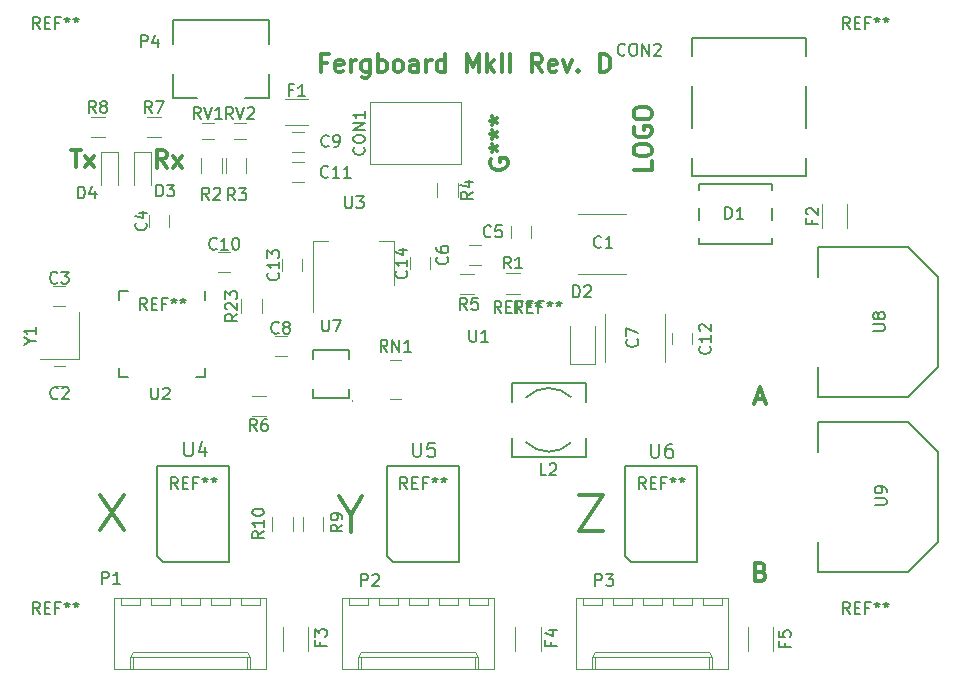
<source format=gbr>
G04 #@! TF.FileFunction,Legend,Top*
%FSLAX46Y46*%
G04 Gerber Fmt 4.6, Leading zero omitted, Abs format (unit mm)*
G04 Created by KiCad (PCBNEW 4.0.7) date 11/30/17 15:22:44*
%MOMM*%
%LPD*%
G01*
G04 APERTURE LIST*
%ADD10C,0.100000*%
%ADD11C,0.300000*%
%ADD12C,0.150000*%
%ADD13C,0.120000*%
G04 APERTURE END LIST*
D10*
D11*
X174520243Y-53739171D02*
X174020243Y-53024886D01*
X173663100Y-53739171D02*
X173663100Y-52239171D01*
X174234528Y-52239171D01*
X174377386Y-52310600D01*
X174448814Y-52382029D01*
X174520243Y-52524886D01*
X174520243Y-52739171D01*
X174448814Y-52882029D01*
X174377386Y-52953457D01*
X174234528Y-53024886D01*
X173663100Y-53024886D01*
X175020243Y-53739171D02*
X175805957Y-52739171D01*
X175020243Y-52739171D02*
X175805957Y-53739171D01*
X166388386Y-52213771D02*
X167245529Y-52213771D01*
X166816958Y-53713771D02*
X166816958Y-52213771D01*
X167602672Y-53713771D02*
X168388386Y-52713771D01*
X167602672Y-52713771D02*
X168388386Y-53713771D01*
X224846343Y-87954657D02*
X225060629Y-88026086D01*
X225132057Y-88097514D01*
X225203486Y-88240371D01*
X225203486Y-88454657D01*
X225132057Y-88597514D01*
X225060629Y-88668943D01*
X224917771Y-88740371D01*
X224346343Y-88740371D01*
X224346343Y-87240371D01*
X224846343Y-87240371D01*
X224989200Y-87311800D01*
X225060629Y-87383229D01*
X225132057Y-87526086D01*
X225132057Y-87668943D01*
X225060629Y-87811800D01*
X224989200Y-87883229D01*
X224846343Y-87954657D01*
X224346343Y-87954657D01*
X224382057Y-73351200D02*
X225096343Y-73351200D01*
X224239200Y-73779771D02*
X224739200Y-72279771D01*
X225239200Y-73779771D01*
X209464400Y-81465943D02*
X211464400Y-81465943D01*
X209464400Y-84465943D01*
X211464400Y-84465943D01*
X190093600Y-83113571D02*
X190093600Y-84542143D01*
X189093600Y-81542143D02*
X190093600Y-83113571D01*
X191093600Y-81542143D01*
X168900600Y-81415143D02*
X170900600Y-84415143D01*
X170900600Y-81415143D02*
X168900600Y-84415143D01*
X188082115Y-44838157D02*
X187582115Y-44838157D01*
X187582115Y-45623871D02*
X187582115Y-44123871D01*
X188296401Y-44123871D01*
X189439257Y-45552443D02*
X189296400Y-45623871D01*
X189010686Y-45623871D01*
X188867829Y-45552443D01*
X188796400Y-45409586D01*
X188796400Y-44838157D01*
X188867829Y-44695300D01*
X189010686Y-44623871D01*
X189296400Y-44623871D01*
X189439257Y-44695300D01*
X189510686Y-44838157D01*
X189510686Y-44981014D01*
X188796400Y-45123871D01*
X190153543Y-45623871D02*
X190153543Y-44623871D01*
X190153543Y-44909586D02*
X190224971Y-44766729D01*
X190296400Y-44695300D01*
X190439257Y-44623871D01*
X190582114Y-44623871D01*
X191724971Y-44623871D02*
X191724971Y-45838157D01*
X191653542Y-45981014D01*
X191582114Y-46052443D01*
X191439257Y-46123871D01*
X191224971Y-46123871D01*
X191082114Y-46052443D01*
X191724971Y-45552443D02*
X191582114Y-45623871D01*
X191296400Y-45623871D01*
X191153542Y-45552443D01*
X191082114Y-45481014D01*
X191010685Y-45338157D01*
X191010685Y-44909586D01*
X191082114Y-44766729D01*
X191153542Y-44695300D01*
X191296400Y-44623871D01*
X191582114Y-44623871D01*
X191724971Y-44695300D01*
X192439257Y-45623871D02*
X192439257Y-44123871D01*
X192439257Y-44695300D02*
X192582114Y-44623871D01*
X192867828Y-44623871D01*
X193010685Y-44695300D01*
X193082114Y-44766729D01*
X193153543Y-44909586D01*
X193153543Y-45338157D01*
X193082114Y-45481014D01*
X193010685Y-45552443D01*
X192867828Y-45623871D01*
X192582114Y-45623871D01*
X192439257Y-45552443D01*
X194010686Y-45623871D02*
X193867828Y-45552443D01*
X193796400Y-45481014D01*
X193724971Y-45338157D01*
X193724971Y-44909586D01*
X193796400Y-44766729D01*
X193867828Y-44695300D01*
X194010686Y-44623871D01*
X194224971Y-44623871D01*
X194367828Y-44695300D01*
X194439257Y-44766729D01*
X194510686Y-44909586D01*
X194510686Y-45338157D01*
X194439257Y-45481014D01*
X194367828Y-45552443D01*
X194224971Y-45623871D01*
X194010686Y-45623871D01*
X195796400Y-45623871D02*
X195796400Y-44838157D01*
X195724971Y-44695300D01*
X195582114Y-44623871D01*
X195296400Y-44623871D01*
X195153543Y-44695300D01*
X195796400Y-45552443D02*
X195653543Y-45623871D01*
X195296400Y-45623871D01*
X195153543Y-45552443D01*
X195082114Y-45409586D01*
X195082114Y-45266729D01*
X195153543Y-45123871D01*
X195296400Y-45052443D01*
X195653543Y-45052443D01*
X195796400Y-44981014D01*
X196510686Y-45623871D02*
X196510686Y-44623871D01*
X196510686Y-44909586D02*
X196582114Y-44766729D01*
X196653543Y-44695300D01*
X196796400Y-44623871D01*
X196939257Y-44623871D01*
X198082114Y-45623871D02*
X198082114Y-44123871D01*
X198082114Y-45552443D02*
X197939257Y-45623871D01*
X197653543Y-45623871D01*
X197510685Y-45552443D01*
X197439257Y-45481014D01*
X197367828Y-45338157D01*
X197367828Y-44909586D01*
X197439257Y-44766729D01*
X197510685Y-44695300D01*
X197653543Y-44623871D01*
X197939257Y-44623871D01*
X198082114Y-44695300D01*
X199939257Y-45623871D02*
X199939257Y-44123871D01*
X200439257Y-45195300D01*
X200939257Y-44123871D01*
X200939257Y-45623871D01*
X201653543Y-45623871D02*
X201653543Y-44123871D01*
X201796400Y-45052443D02*
X202224971Y-45623871D01*
X202224971Y-44623871D02*
X201653543Y-45195300D01*
X202867829Y-45623871D02*
X202867829Y-44123871D01*
X203582115Y-45623871D02*
X203582115Y-44123871D01*
X206296401Y-45623871D02*
X205796401Y-44909586D01*
X205439258Y-45623871D02*
X205439258Y-44123871D01*
X206010686Y-44123871D01*
X206153544Y-44195300D01*
X206224972Y-44266729D01*
X206296401Y-44409586D01*
X206296401Y-44623871D01*
X206224972Y-44766729D01*
X206153544Y-44838157D01*
X206010686Y-44909586D01*
X205439258Y-44909586D01*
X207510686Y-45552443D02*
X207367829Y-45623871D01*
X207082115Y-45623871D01*
X206939258Y-45552443D01*
X206867829Y-45409586D01*
X206867829Y-44838157D01*
X206939258Y-44695300D01*
X207082115Y-44623871D01*
X207367829Y-44623871D01*
X207510686Y-44695300D01*
X207582115Y-44838157D01*
X207582115Y-44981014D01*
X206867829Y-45123871D01*
X208082115Y-44623871D02*
X208439258Y-45623871D01*
X208796400Y-44623871D01*
X209367829Y-45481014D02*
X209439257Y-45552443D01*
X209367829Y-45623871D01*
X209296400Y-45552443D01*
X209367829Y-45481014D01*
X209367829Y-45623871D01*
X211224972Y-45623871D02*
X211224972Y-44123871D01*
X211582115Y-44123871D01*
X211796400Y-44195300D01*
X211939258Y-44338157D01*
X212010686Y-44481014D01*
X212082115Y-44766729D01*
X212082115Y-44981014D01*
X212010686Y-45266729D01*
X211939258Y-45409586D01*
X211796400Y-45552443D01*
X211582115Y-45623871D01*
X211224972Y-45623871D01*
D12*
X219028000Y-46816000D02*
X219028000Y-50372000D01*
X219028000Y-52912000D02*
X219028000Y-54436000D01*
X219028000Y-54436000D02*
X228680000Y-54436000D01*
X228680000Y-54436000D02*
X228680000Y-52912000D01*
X228680000Y-46816000D02*
X228680000Y-50372000D01*
X219028000Y-42752000D02*
X219028000Y-44276000D01*
X219028000Y-42752000D02*
X228680000Y-42752000D01*
X228680000Y-42752000D02*
X228680000Y-44276000D01*
D13*
X209171000Y-90172600D02*
X209171000Y-96172600D01*
X209171000Y-96172600D02*
X222071000Y-96172600D01*
X222071000Y-96172600D02*
X222071000Y-90172600D01*
X222071000Y-90172600D02*
X209171000Y-90172600D01*
X210541000Y-96172600D02*
X210541000Y-95172600D01*
X210541000Y-95172600D02*
X220701000Y-95172600D01*
X220701000Y-95172600D02*
X220701000Y-96172600D01*
X210541000Y-95172600D02*
X210791000Y-94742600D01*
X210791000Y-94742600D02*
X220451000Y-94742600D01*
X220451000Y-94742600D02*
X220701000Y-95172600D01*
X210791000Y-96172600D02*
X210791000Y-95172600D01*
X220451000Y-96172600D02*
X220451000Y-95172600D01*
X209741000Y-90172600D02*
X209741000Y-90792600D01*
X209741000Y-90792600D02*
X211341000Y-90792600D01*
X211341000Y-90792600D02*
X211341000Y-90172600D01*
X212281000Y-90172600D02*
X212281000Y-90792600D01*
X212281000Y-90792600D02*
X213881000Y-90792600D01*
X213881000Y-90792600D02*
X213881000Y-90172600D01*
X214821000Y-90172600D02*
X214821000Y-90792600D01*
X214821000Y-90792600D02*
X216421000Y-90792600D01*
X216421000Y-90792600D02*
X216421000Y-90172600D01*
X217361000Y-90172600D02*
X217361000Y-90792600D01*
X217361000Y-90792600D02*
X218961000Y-90792600D01*
X218961000Y-90792600D02*
X218961000Y-90172600D01*
X219901000Y-90172600D02*
X219901000Y-90792600D01*
X219901000Y-90792600D02*
X221501000Y-90792600D01*
X221501000Y-90792600D02*
X221501000Y-90172600D01*
D12*
X208768500Y-73177400D02*
G75*
G03X204958500Y-73177400I-1905000J-1905000D01*
G01*
X204958500Y-76987400D02*
G75*
G03X208768500Y-76987400I1905000J1905000D01*
G01*
X210013500Y-78232400D02*
X210013500Y-76582400D01*
X210013500Y-71932400D02*
X210013500Y-73582400D01*
X203713500Y-78232400D02*
X203713500Y-76582400D01*
X203713500Y-71932400D02*
X203713500Y-73582400D01*
X203713500Y-71932400D02*
X210013500Y-71932400D01*
X203713500Y-78232400D02*
X210013500Y-78232400D01*
D13*
X164946000Y-72224000D02*
X165946000Y-72224000D01*
X165946000Y-70524000D02*
X164946000Y-70524000D01*
X165921000Y-63742200D02*
X164921000Y-63742200D01*
X164921000Y-65442200D02*
X165921000Y-65442200D01*
X173038400Y-57742200D02*
X173038400Y-58742200D01*
X174738400Y-58742200D02*
X174738400Y-57742200D01*
X205378041Y-59649971D02*
X205378041Y-58649971D01*
X203678041Y-58649971D02*
X203678041Y-59649971D01*
X200113141Y-61990571D02*
X201113141Y-61990571D01*
X201113141Y-60290571D02*
X200113141Y-60290571D01*
X179884200Y-60872000D02*
X178884200Y-60872000D01*
X178884200Y-62572000D02*
X179884200Y-62572000D01*
X199440800Y-53411120D02*
X199440800Y-48188880D01*
X191719200Y-53411120D02*
X191719200Y-48188880D01*
X199440800Y-53411120D02*
X191719200Y-53411120D01*
X191719200Y-48188880D02*
X199440800Y-48188880D01*
X170055000Y-90147200D02*
X170055000Y-96147200D01*
X170055000Y-96147200D02*
X182955000Y-96147200D01*
X182955000Y-96147200D02*
X182955000Y-90147200D01*
X182955000Y-90147200D02*
X170055000Y-90147200D01*
X171425000Y-96147200D02*
X171425000Y-95147200D01*
X171425000Y-95147200D02*
X181585000Y-95147200D01*
X181585000Y-95147200D02*
X181585000Y-96147200D01*
X171425000Y-95147200D02*
X171675000Y-94717200D01*
X171675000Y-94717200D02*
X181335000Y-94717200D01*
X181335000Y-94717200D02*
X181585000Y-95147200D01*
X171675000Y-96147200D02*
X171675000Y-95147200D01*
X181335000Y-96147200D02*
X181335000Y-95147200D01*
X170625000Y-90147200D02*
X170625000Y-90767200D01*
X170625000Y-90767200D02*
X172225000Y-90767200D01*
X172225000Y-90767200D02*
X172225000Y-90147200D01*
X173165000Y-90147200D02*
X173165000Y-90767200D01*
X173165000Y-90767200D02*
X174765000Y-90767200D01*
X174765000Y-90767200D02*
X174765000Y-90147200D01*
X175705000Y-90147200D02*
X175705000Y-90767200D01*
X175705000Y-90767200D02*
X177305000Y-90767200D01*
X177305000Y-90767200D02*
X177305000Y-90147200D01*
X178245000Y-90147200D02*
X178245000Y-90767200D01*
X178245000Y-90767200D02*
X179845000Y-90767200D01*
X179845000Y-90767200D02*
X179845000Y-90147200D01*
X180785000Y-90147200D02*
X180785000Y-90767200D01*
X180785000Y-90767200D02*
X182385000Y-90767200D01*
X182385000Y-90767200D02*
X182385000Y-90147200D01*
X189359000Y-90172600D02*
X189359000Y-96172600D01*
X189359000Y-96172600D02*
X202259000Y-96172600D01*
X202259000Y-96172600D02*
X202259000Y-90172600D01*
X202259000Y-90172600D02*
X189359000Y-90172600D01*
X190729000Y-96172600D02*
X190729000Y-95172600D01*
X190729000Y-95172600D02*
X200889000Y-95172600D01*
X200889000Y-95172600D02*
X200889000Y-96172600D01*
X190729000Y-95172600D02*
X190979000Y-94742600D01*
X190979000Y-94742600D02*
X200639000Y-94742600D01*
X200639000Y-94742600D02*
X200889000Y-95172600D01*
X190979000Y-96172600D02*
X190979000Y-95172600D01*
X200639000Y-96172600D02*
X200639000Y-95172600D01*
X189929000Y-90172600D02*
X189929000Y-90792600D01*
X189929000Y-90792600D02*
X191529000Y-90792600D01*
X191529000Y-90792600D02*
X191529000Y-90172600D01*
X192469000Y-90172600D02*
X192469000Y-90792600D01*
X192469000Y-90792600D02*
X194069000Y-90792600D01*
X194069000Y-90792600D02*
X194069000Y-90172600D01*
X195009000Y-90172600D02*
X195009000Y-90792600D01*
X195009000Y-90792600D02*
X196609000Y-90792600D01*
X196609000Y-90792600D02*
X196609000Y-90172600D01*
X197549000Y-90172600D02*
X197549000Y-90792600D01*
X197549000Y-90792600D02*
X199149000Y-90792600D01*
X199149000Y-90792600D02*
X199149000Y-90172600D01*
X200089000Y-90172600D02*
X200089000Y-90792600D01*
X200089000Y-90792600D02*
X201689000Y-90792600D01*
X201689000Y-90792600D02*
X201689000Y-90172600D01*
X204450651Y-64420871D02*
X203250651Y-64420871D01*
X203250651Y-62660871D02*
X204450651Y-62660871D01*
X177428000Y-54153400D02*
X177428000Y-52953400D01*
X179188000Y-52953400D02*
X179188000Y-54153400D01*
X179511000Y-54153400D02*
X179511000Y-52953400D01*
X181271000Y-52953400D02*
X181271000Y-54153400D01*
X197443200Y-56210800D02*
X197443200Y-55010800D01*
X199203200Y-55010800D02*
X199203200Y-56210800D01*
X200577151Y-64454333D02*
X199377151Y-64454333D01*
X199377151Y-62694333D02*
X200577151Y-62694333D01*
X187785900Y-83268300D02*
X187785900Y-84468300D01*
X186025900Y-84468300D02*
X186025900Y-83268300D01*
X185225099Y-83278345D02*
X185225099Y-84478345D01*
X183465099Y-84478345D02*
X183465099Y-83278345D01*
X180832000Y-66066000D02*
X180832000Y-64866000D01*
X182592000Y-64866000D02*
X182592000Y-66066000D01*
X181234000Y-51302200D02*
X180234000Y-51302200D01*
X180234000Y-49942200D02*
X181234000Y-49942200D01*
D12*
X177742000Y-71443000D02*
X176967000Y-71443000D01*
X170492000Y-64193000D02*
X171267000Y-64193000D01*
X170492000Y-71443000D02*
X171267000Y-71443000D01*
X177742000Y-64193000D02*
X177742000Y-64968000D01*
X170492000Y-64193000D02*
X170492000Y-64968000D01*
X170492000Y-71443000D02*
X170492000Y-70668000D01*
X177742000Y-71443000D02*
X177742000Y-70668000D01*
D13*
X193732000Y-59939400D02*
X192472000Y-59939400D01*
X186912000Y-59939400D02*
X188172000Y-59939400D01*
X193732000Y-63699400D02*
X193732000Y-59939400D01*
X186912000Y-65949400D02*
X186912000Y-59939400D01*
D12*
X173736000Y-78968600D02*
X179832000Y-78968600D01*
X179832000Y-78968600D02*
X179832000Y-87096600D01*
X179832000Y-87096600D02*
X174752000Y-87096600D01*
X174752000Y-87096600D02*
X174244000Y-87096600D01*
X174244000Y-87096600D02*
X173736000Y-86588600D01*
X173736000Y-86588600D02*
X173736000Y-78968600D01*
X193167000Y-78968600D02*
X199263000Y-78968600D01*
X199263000Y-78968600D02*
X199263000Y-87096600D01*
X199263000Y-87096600D02*
X194183000Y-87096600D01*
X194183000Y-87096600D02*
X193675000Y-87096600D01*
X193675000Y-87096600D02*
X193167000Y-86588600D01*
X193167000Y-86588600D02*
X193167000Y-78968600D01*
X213360000Y-78968600D02*
X219456000Y-78968600D01*
X219456000Y-78968600D02*
X219456000Y-87096600D01*
X219456000Y-87096600D02*
X214376000Y-87096600D01*
X214376000Y-87096600D02*
X213868000Y-87096600D01*
X213868000Y-87096600D02*
X213360000Y-86588600D01*
X213360000Y-86588600D02*
X213360000Y-78968600D01*
D13*
X177515000Y-49942200D02*
X178515000Y-49942200D01*
X178515000Y-51302200D02*
X177515000Y-51302200D01*
D12*
X175066000Y-41204000D02*
X175066000Y-43236000D01*
X183194000Y-41204000D02*
X175066000Y-41204000D01*
X183194000Y-43236000D02*
X183194000Y-41204000D01*
X175066000Y-47808000D02*
X175066000Y-45776000D01*
X177098000Y-47808000D02*
X175066000Y-47808000D01*
X183194000Y-47808000D02*
X181162000Y-47808000D01*
X183194000Y-45776000D02*
X183194000Y-47808000D01*
D13*
X163768000Y-69952800D02*
X167068000Y-69952800D01*
X167068000Y-69952800D02*
X167068000Y-65952800D01*
X184240000Y-61485400D02*
X184240000Y-62485400D01*
X185940000Y-62485400D02*
X185940000Y-61485400D01*
X195086000Y-61333000D02*
X195086000Y-62333000D01*
X196786000Y-62333000D02*
X196786000Y-61333000D01*
X232146500Y-56838000D02*
X232146500Y-58838000D01*
X230006500Y-58838000D02*
X230006500Y-56838000D01*
X184350000Y-94626600D02*
X184350000Y-92626600D01*
X186490000Y-92626600D02*
X186490000Y-94626600D01*
X204035000Y-94626600D02*
X204035000Y-92626600D01*
X206175000Y-92626600D02*
X206175000Y-94626600D01*
X223720000Y-94626600D02*
X223720000Y-92626600D01*
X225860000Y-92626600D02*
X225860000Y-94626600D01*
X208649641Y-70326971D02*
X210769641Y-70326971D01*
X208649641Y-67126971D02*
X208649641Y-70326971D01*
X210769641Y-70326971D02*
X210769641Y-67126971D01*
X194389000Y-73339600D02*
X193389000Y-73339600D01*
X194389000Y-69979600D02*
X193389000Y-69979600D01*
X209368741Y-62766171D02*
X213428741Y-62766171D01*
X209368741Y-57686171D02*
X213428741Y-57686171D01*
X216694641Y-70157571D02*
X216694641Y-66097571D01*
X211614641Y-70157571D02*
X211614641Y-66097571D01*
X184666000Y-67984000D02*
X183666000Y-67984000D01*
X183666000Y-69684000D02*
X184666000Y-69684000D01*
X185158000Y-54952000D02*
X186158000Y-54952000D01*
X186158000Y-53252000D02*
X185158000Y-53252000D01*
X173166000Y-52386000D02*
X171766000Y-52386000D01*
X171766000Y-52386000D02*
X171766000Y-55186000D01*
X173166000Y-52386000D02*
X173166000Y-55186000D01*
X170372000Y-52386000D02*
X168972000Y-52386000D01*
X168972000Y-52386000D02*
X168972000Y-55186000D01*
X170372000Y-52386000D02*
X170372000Y-55186000D01*
X184494000Y-47952000D02*
X186494000Y-47952000D01*
X186494000Y-50092000D02*
X184494000Y-50092000D01*
X181706000Y-73034000D02*
X182906000Y-73034000D01*
X182906000Y-74794000D02*
X181706000Y-74794000D01*
X174016000Y-51172000D02*
X172816000Y-51172000D01*
X172816000Y-49412000D02*
X174016000Y-49412000D01*
X168122000Y-49412000D02*
X169322000Y-49412000D01*
X169322000Y-51172000D02*
X168122000Y-51172000D01*
X185158000Y-52412000D02*
X186158000Y-52412000D01*
X186158000Y-50712000D02*
X185158000Y-50712000D01*
D12*
X219556000Y-55118000D02*
X219556000Y-55626000D01*
X225779000Y-55118000D02*
X219556000Y-55118000D01*
X225779000Y-55626000D02*
X225779000Y-55118000D01*
X225779000Y-58166000D02*
X225779000Y-57150000D01*
X219556000Y-58166000D02*
X219556000Y-57150000D01*
X225779000Y-60198000D02*
X225779000Y-59690000D01*
X219556000Y-60198000D02*
X225779000Y-60198000D01*
X219556000Y-59690000D02*
X219556000Y-60198000D01*
X229692200Y-73126600D02*
X229692200Y-70586600D01*
X232232200Y-73126600D02*
X229692200Y-73126600D01*
X229692200Y-60426600D02*
X229692200Y-62966600D01*
X232232200Y-60426600D02*
X229692200Y-60426600D01*
X237312200Y-73126600D02*
X232232200Y-73126600D01*
X239852200Y-70586600D02*
X237312200Y-73126600D01*
X239852200Y-62966600D02*
X239852200Y-70586600D01*
X237312200Y-60426600D02*
X239852200Y-62966600D01*
X232232200Y-60426600D02*
X237312200Y-60426600D01*
X229675800Y-87934800D02*
X229675800Y-85394800D01*
X232215800Y-87934800D02*
X229675800Y-87934800D01*
X229675800Y-75234800D02*
X229675800Y-77774800D01*
X232215800Y-75234800D02*
X229675800Y-75234800D01*
X237295800Y-87934800D02*
X232215800Y-87934800D01*
X239835800Y-85394800D02*
X237295800Y-87934800D01*
X239835800Y-77774800D02*
X239835800Y-85394800D01*
X237295800Y-75234800D02*
X239835800Y-77774800D01*
X232215800Y-75234800D02*
X237295800Y-75234800D01*
D13*
X217317841Y-67698471D02*
X217317841Y-68698471D01*
X219017841Y-68698471D02*
X219017841Y-67698471D01*
D12*
X190244400Y-73493200D02*
G75*
G03X190244400Y-73493200I-25400J0D01*
G01*
X189965000Y-69175200D02*
X189965000Y-69937200D01*
X186917000Y-69175200D02*
X189965000Y-69175200D01*
X186917000Y-69937200D02*
X186917000Y-69175200D01*
X186917000Y-73239200D02*
X186917000Y-72477200D01*
X189965000Y-73239200D02*
X186917000Y-73239200D01*
X189965000Y-72477200D02*
X189965000Y-73239200D01*
X172809067Y-65755781D02*
X172475733Y-65279590D01*
X172237638Y-65755781D02*
X172237638Y-64755781D01*
X172618591Y-64755781D01*
X172713829Y-64803400D01*
X172761448Y-64851019D01*
X172809067Y-64946257D01*
X172809067Y-65089114D01*
X172761448Y-65184352D01*
X172713829Y-65231971D01*
X172618591Y-65279590D01*
X172237638Y-65279590D01*
X173237638Y-65231971D02*
X173570972Y-65231971D01*
X173713829Y-65755781D02*
X173237638Y-65755781D01*
X173237638Y-64755781D01*
X173713829Y-64755781D01*
X174475734Y-65231971D02*
X174142400Y-65231971D01*
X174142400Y-65755781D02*
X174142400Y-64755781D01*
X174618591Y-64755781D01*
X175142400Y-64755781D02*
X175142400Y-64993876D01*
X174904305Y-64898638D02*
X175142400Y-64993876D01*
X175380496Y-64898638D01*
X174999543Y-65184352D02*
X175142400Y-64993876D01*
X175285258Y-65184352D01*
X175904305Y-64755781D02*
X175904305Y-64993876D01*
X175666210Y-64898638D02*
X175904305Y-64993876D01*
X176142401Y-64898638D01*
X175761448Y-65184352D02*
X175904305Y-64993876D01*
X176047163Y-65184352D01*
X175450667Y-80944981D02*
X175117333Y-80468790D01*
X174879238Y-80944981D02*
X174879238Y-79944981D01*
X175260191Y-79944981D01*
X175355429Y-79992600D01*
X175403048Y-80040219D01*
X175450667Y-80135457D01*
X175450667Y-80278314D01*
X175403048Y-80373552D01*
X175355429Y-80421171D01*
X175260191Y-80468790D01*
X174879238Y-80468790D01*
X175879238Y-80421171D02*
X176212572Y-80421171D01*
X176355429Y-80944981D02*
X175879238Y-80944981D01*
X175879238Y-79944981D01*
X176355429Y-79944981D01*
X177117334Y-80421171D02*
X176784000Y-80421171D01*
X176784000Y-80944981D02*
X176784000Y-79944981D01*
X177260191Y-79944981D01*
X177784000Y-79944981D02*
X177784000Y-80183076D01*
X177545905Y-80087838D02*
X177784000Y-80183076D01*
X178022096Y-80087838D01*
X177641143Y-80373552D02*
X177784000Y-80183076D01*
X177926858Y-80373552D01*
X178545905Y-79944981D02*
X178545905Y-80183076D01*
X178307810Y-80087838D02*
X178545905Y-80183076D01*
X178784001Y-80087838D01*
X178403048Y-80373552D02*
X178545905Y-80183076D01*
X178688763Y-80373552D01*
X194881667Y-80944981D02*
X194548333Y-80468790D01*
X194310238Y-80944981D02*
X194310238Y-79944981D01*
X194691191Y-79944981D01*
X194786429Y-79992600D01*
X194834048Y-80040219D01*
X194881667Y-80135457D01*
X194881667Y-80278314D01*
X194834048Y-80373552D01*
X194786429Y-80421171D01*
X194691191Y-80468790D01*
X194310238Y-80468790D01*
X195310238Y-80421171D02*
X195643572Y-80421171D01*
X195786429Y-80944981D02*
X195310238Y-80944981D01*
X195310238Y-79944981D01*
X195786429Y-79944981D01*
X196548334Y-80421171D02*
X196215000Y-80421171D01*
X196215000Y-80944981D02*
X196215000Y-79944981D01*
X196691191Y-79944981D01*
X197215000Y-79944981D02*
X197215000Y-80183076D01*
X196976905Y-80087838D02*
X197215000Y-80183076D01*
X197453096Y-80087838D01*
X197072143Y-80373552D02*
X197215000Y-80183076D01*
X197357858Y-80373552D01*
X197976905Y-79944981D02*
X197976905Y-80183076D01*
X197738810Y-80087838D02*
X197976905Y-80183076D01*
X198215001Y-80087838D01*
X197834048Y-80373552D02*
X197976905Y-80183076D01*
X198119763Y-80373552D01*
X215074667Y-80944981D02*
X214741333Y-80468790D01*
X214503238Y-80944981D02*
X214503238Y-79944981D01*
X214884191Y-79944981D01*
X214979429Y-79992600D01*
X215027048Y-80040219D01*
X215074667Y-80135457D01*
X215074667Y-80278314D01*
X215027048Y-80373552D01*
X214979429Y-80421171D01*
X214884191Y-80468790D01*
X214503238Y-80468790D01*
X215503238Y-80421171D02*
X215836572Y-80421171D01*
X215979429Y-80944981D02*
X215503238Y-80944981D01*
X215503238Y-79944981D01*
X215979429Y-79944981D01*
X216741334Y-80421171D02*
X216408000Y-80421171D01*
X216408000Y-80944981D02*
X216408000Y-79944981D01*
X216884191Y-79944981D01*
X217408000Y-79944981D02*
X217408000Y-80183076D01*
X217169905Y-80087838D02*
X217408000Y-80183076D01*
X217646096Y-80087838D01*
X217265143Y-80373552D02*
X217408000Y-80183076D01*
X217550858Y-80373552D01*
X218169905Y-79944981D02*
X218169905Y-80183076D01*
X217931810Y-80087838D02*
X218169905Y-80183076D01*
X218408001Y-80087838D01*
X218027048Y-80373552D02*
X218169905Y-80183076D01*
X218312763Y-80373552D01*
X204617108Y-66037952D02*
X204283774Y-65561761D01*
X204045679Y-66037952D02*
X204045679Y-65037952D01*
X204426632Y-65037952D01*
X204521870Y-65085571D01*
X204569489Y-65133190D01*
X204617108Y-65228428D01*
X204617108Y-65371285D01*
X204569489Y-65466523D01*
X204521870Y-65514142D01*
X204426632Y-65561761D01*
X204045679Y-65561761D01*
X205045679Y-65514142D02*
X205379013Y-65514142D01*
X205521870Y-66037952D02*
X205045679Y-66037952D01*
X205045679Y-65037952D01*
X205521870Y-65037952D01*
X206283775Y-65514142D02*
X205950441Y-65514142D01*
X205950441Y-66037952D02*
X205950441Y-65037952D01*
X206426632Y-65037952D01*
X206950441Y-65037952D02*
X206950441Y-65276047D01*
X206712346Y-65180809D02*
X206950441Y-65276047D01*
X207188537Y-65180809D01*
X206807584Y-65466523D02*
X206950441Y-65276047D01*
X207093299Y-65466523D01*
X207712346Y-65037952D02*
X207712346Y-65276047D01*
X207474251Y-65180809D02*
X207712346Y-65276047D01*
X207950442Y-65180809D01*
X207569489Y-65466523D02*
X207712346Y-65276047D01*
X207855204Y-65466523D01*
X213314115Y-44146743D02*
X213266496Y-44194362D01*
X213123639Y-44241981D01*
X213028401Y-44241981D01*
X212885543Y-44194362D01*
X212790305Y-44099124D01*
X212742686Y-44003886D01*
X212695067Y-43813410D01*
X212695067Y-43670552D01*
X212742686Y-43480076D01*
X212790305Y-43384838D01*
X212885543Y-43289600D01*
X213028401Y-43241981D01*
X213123639Y-43241981D01*
X213266496Y-43289600D01*
X213314115Y-43337219D01*
X213933162Y-43241981D02*
X214123639Y-43241981D01*
X214218877Y-43289600D01*
X214314115Y-43384838D01*
X214361734Y-43575314D01*
X214361734Y-43908648D01*
X214314115Y-44099124D01*
X214218877Y-44194362D01*
X214123639Y-44241981D01*
X213933162Y-44241981D01*
X213837924Y-44194362D01*
X213742686Y-44099124D01*
X213695067Y-43908648D01*
X213695067Y-43575314D01*
X213742686Y-43384838D01*
X213837924Y-43289600D01*
X213933162Y-43241981D01*
X214790305Y-44241981D02*
X214790305Y-43241981D01*
X215361734Y-44241981D01*
X215361734Y-43241981D01*
X215790305Y-43337219D02*
X215837924Y-43289600D01*
X215933162Y-43241981D01*
X216171258Y-43241981D01*
X216266496Y-43289600D01*
X216314115Y-43337219D01*
X216361734Y-43432457D01*
X216361734Y-43527695D01*
X216314115Y-43670552D01*
X215742686Y-44241981D01*
X216361734Y-44241981D01*
X210802905Y-89144981D02*
X210802905Y-88144981D01*
X211183858Y-88144981D01*
X211279096Y-88192600D01*
X211326715Y-88240219D01*
X211374334Y-88335457D01*
X211374334Y-88478314D01*
X211326715Y-88573552D01*
X211279096Y-88621171D01*
X211183858Y-88668790D01*
X210802905Y-88668790D01*
X211707667Y-88144981D02*
X212326715Y-88144981D01*
X211993381Y-88525933D01*
X212136239Y-88525933D01*
X212231477Y-88573552D01*
X212279096Y-88621171D01*
X212326715Y-88716410D01*
X212326715Y-88954505D01*
X212279096Y-89049743D01*
X212231477Y-89097362D01*
X212136239Y-89144981D01*
X211850524Y-89144981D01*
X211755286Y-89097362D01*
X211707667Y-89049743D01*
X206664634Y-79776581D02*
X206188443Y-79776581D01*
X206188443Y-78776581D01*
X206950348Y-78871819D02*
X206997967Y-78824200D01*
X207093205Y-78776581D01*
X207331301Y-78776581D01*
X207426539Y-78824200D01*
X207474158Y-78871819D01*
X207521777Y-78967057D01*
X207521777Y-79062295D01*
X207474158Y-79205152D01*
X206902729Y-79776581D01*
X207521777Y-79776581D01*
X165279334Y-73231143D02*
X165231715Y-73278762D01*
X165088858Y-73326381D01*
X164993620Y-73326381D01*
X164850762Y-73278762D01*
X164755524Y-73183524D01*
X164707905Y-73088286D01*
X164660286Y-72897810D01*
X164660286Y-72754952D01*
X164707905Y-72564476D01*
X164755524Y-72469238D01*
X164850762Y-72374000D01*
X164993620Y-72326381D01*
X165088858Y-72326381D01*
X165231715Y-72374000D01*
X165279334Y-72421619D01*
X165660286Y-72421619D02*
X165707905Y-72374000D01*
X165803143Y-72326381D01*
X166041239Y-72326381D01*
X166136477Y-72374000D01*
X166184096Y-72421619D01*
X166231715Y-72516857D01*
X166231715Y-72612095D01*
X166184096Y-72754952D01*
X165612667Y-73326381D01*
X166231715Y-73326381D01*
X165254334Y-63449343D02*
X165206715Y-63496962D01*
X165063858Y-63544581D01*
X164968620Y-63544581D01*
X164825762Y-63496962D01*
X164730524Y-63401724D01*
X164682905Y-63306486D01*
X164635286Y-63116010D01*
X164635286Y-62973152D01*
X164682905Y-62782676D01*
X164730524Y-62687438D01*
X164825762Y-62592200D01*
X164968620Y-62544581D01*
X165063858Y-62544581D01*
X165206715Y-62592200D01*
X165254334Y-62639819D01*
X165587667Y-62544581D02*
X166206715Y-62544581D01*
X165873381Y-62925533D01*
X166016239Y-62925533D01*
X166111477Y-62973152D01*
X166159096Y-63020771D01*
X166206715Y-63116010D01*
X166206715Y-63354105D01*
X166159096Y-63449343D01*
X166111477Y-63496962D01*
X166016239Y-63544581D01*
X165730524Y-63544581D01*
X165635286Y-63496962D01*
X165587667Y-63449343D01*
X172745543Y-58408866D02*
X172793162Y-58456485D01*
X172840781Y-58599342D01*
X172840781Y-58694580D01*
X172793162Y-58837438D01*
X172697924Y-58932676D01*
X172602686Y-58980295D01*
X172412210Y-59027914D01*
X172269352Y-59027914D01*
X172078876Y-58980295D01*
X171983638Y-58932676D01*
X171888400Y-58837438D01*
X171840781Y-58694580D01*
X171840781Y-58599342D01*
X171888400Y-58456485D01*
X171936019Y-58408866D01*
X172174114Y-57551723D02*
X172840781Y-57551723D01*
X171793162Y-57789819D02*
X172507448Y-58027914D01*
X172507448Y-57408866D01*
X201973775Y-59529214D02*
X201926156Y-59576833D01*
X201783299Y-59624452D01*
X201688061Y-59624452D01*
X201545203Y-59576833D01*
X201449965Y-59481595D01*
X201402346Y-59386357D01*
X201354727Y-59195881D01*
X201354727Y-59053023D01*
X201402346Y-58862547D01*
X201449965Y-58767309D01*
X201545203Y-58672071D01*
X201688061Y-58624452D01*
X201783299Y-58624452D01*
X201926156Y-58672071D01*
X201973775Y-58719690D01*
X202878537Y-58624452D02*
X202402346Y-58624452D01*
X202354727Y-59100642D01*
X202402346Y-59053023D01*
X202497584Y-59005404D01*
X202735680Y-59005404D01*
X202830918Y-59053023D01*
X202878537Y-59100642D01*
X202926156Y-59195881D01*
X202926156Y-59433976D01*
X202878537Y-59529214D01*
X202830918Y-59576833D01*
X202735680Y-59624452D01*
X202497584Y-59624452D01*
X202402346Y-59576833D01*
X202354727Y-59529214D01*
X198249184Y-61307237D02*
X198296803Y-61354856D01*
X198344422Y-61497713D01*
X198344422Y-61592951D01*
X198296803Y-61735809D01*
X198201565Y-61831047D01*
X198106327Y-61878666D01*
X197915851Y-61926285D01*
X197772993Y-61926285D01*
X197582517Y-61878666D01*
X197487279Y-61831047D01*
X197392041Y-61735809D01*
X197344422Y-61592951D01*
X197344422Y-61497713D01*
X197392041Y-61354856D01*
X197439660Y-61307237D01*
X197344422Y-60450094D02*
X197344422Y-60640571D01*
X197392041Y-60735809D01*
X197439660Y-60783428D01*
X197582517Y-60878666D01*
X197772993Y-60926285D01*
X198153946Y-60926285D01*
X198249184Y-60878666D01*
X198296803Y-60831047D01*
X198344422Y-60735809D01*
X198344422Y-60545332D01*
X198296803Y-60450094D01*
X198249184Y-60402475D01*
X198153946Y-60354856D01*
X197915851Y-60354856D01*
X197820612Y-60402475D01*
X197772993Y-60450094D01*
X197725374Y-60545332D01*
X197725374Y-60735809D01*
X197772993Y-60831047D01*
X197820612Y-60878666D01*
X197915851Y-60926285D01*
X178741343Y-60579143D02*
X178693724Y-60626762D01*
X178550867Y-60674381D01*
X178455629Y-60674381D01*
X178312771Y-60626762D01*
X178217533Y-60531524D01*
X178169914Y-60436286D01*
X178122295Y-60245810D01*
X178122295Y-60102952D01*
X178169914Y-59912476D01*
X178217533Y-59817238D01*
X178312771Y-59722000D01*
X178455629Y-59674381D01*
X178550867Y-59674381D01*
X178693724Y-59722000D01*
X178741343Y-59769619D01*
X179693724Y-60674381D02*
X179122295Y-60674381D01*
X179408009Y-60674381D02*
X179408009Y-59674381D01*
X179312771Y-59817238D01*
X179217533Y-59912476D01*
X179122295Y-59960095D01*
X180312771Y-59674381D02*
X180408010Y-59674381D01*
X180503248Y-59722000D01*
X180550867Y-59769619D01*
X180598486Y-59864857D01*
X180646105Y-60055333D01*
X180646105Y-60293429D01*
X180598486Y-60483905D01*
X180550867Y-60579143D01*
X180503248Y-60626762D01*
X180408010Y-60674381D01*
X180312771Y-60674381D01*
X180217533Y-60626762D01*
X180169914Y-60579143D01*
X180122295Y-60483905D01*
X180074676Y-60293429D01*
X180074676Y-60055333D01*
X180122295Y-59864857D01*
X180169914Y-59769619D01*
X180217533Y-59722000D01*
X180312771Y-59674381D01*
X191197143Y-52014285D02*
X191244762Y-52061904D01*
X191292381Y-52204761D01*
X191292381Y-52299999D01*
X191244762Y-52442857D01*
X191149524Y-52538095D01*
X191054286Y-52585714D01*
X190863810Y-52633333D01*
X190720952Y-52633333D01*
X190530476Y-52585714D01*
X190435238Y-52538095D01*
X190340000Y-52442857D01*
X190292381Y-52299999D01*
X190292381Y-52204761D01*
X190340000Y-52061904D01*
X190387619Y-52014285D01*
X190292381Y-51395238D02*
X190292381Y-51204761D01*
X190340000Y-51109523D01*
X190435238Y-51014285D01*
X190625714Y-50966666D01*
X190959048Y-50966666D01*
X191149524Y-51014285D01*
X191244762Y-51109523D01*
X191292381Y-51204761D01*
X191292381Y-51395238D01*
X191244762Y-51490476D01*
X191149524Y-51585714D01*
X190959048Y-51633333D01*
X190625714Y-51633333D01*
X190435238Y-51585714D01*
X190340000Y-51490476D01*
X190292381Y-51395238D01*
X191292381Y-50538095D02*
X190292381Y-50538095D01*
X191292381Y-49966666D01*
X190292381Y-49966666D01*
X191292381Y-48966666D02*
X191292381Y-49538095D01*
X191292381Y-49252381D02*
X190292381Y-49252381D01*
X190435238Y-49347619D01*
X190530476Y-49442857D01*
X190578095Y-49538095D01*
X169061305Y-88945981D02*
X169061305Y-87945981D01*
X169442258Y-87945981D01*
X169537496Y-87993600D01*
X169585115Y-88041219D01*
X169632734Y-88136457D01*
X169632734Y-88279314D01*
X169585115Y-88374552D01*
X169537496Y-88422171D01*
X169442258Y-88469790D01*
X169061305Y-88469790D01*
X170585115Y-88945981D02*
X170013686Y-88945981D01*
X170299400Y-88945981D02*
X170299400Y-87945981D01*
X170204162Y-88088838D01*
X170108924Y-88184076D01*
X170013686Y-88231695D01*
X190990905Y-89144981D02*
X190990905Y-88144981D01*
X191371858Y-88144981D01*
X191467096Y-88192600D01*
X191514715Y-88240219D01*
X191562334Y-88335457D01*
X191562334Y-88478314D01*
X191514715Y-88573552D01*
X191467096Y-88621171D01*
X191371858Y-88668790D01*
X190990905Y-88668790D01*
X191943286Y-88240219D02*
X191990905Y-88192600D01*
X192086143Y-88144981D01*
X192324239Y-88144981D01*
X192419477Y-88192600D01*
X192467096Y-88240219D01*
X192514715Y-88335457D01*
X192514715Y-88430695D01*
X192467096Y-88573552D01*
X191895667Y-89144981D01*
X192514715Y-89144981D01*
X203650175Y-62257990D02*
X203316841Y-61781799D01*
X203078746Y-62257990D02*
X203078746Y-61257990D01*
X203459699Y-61257990D01*
X203554937Y-61305609D01*
X203602556Y-61353228D01*
X203650175Y-61448466D01*
X203650175Y-61591323D01*
X203602556Y-61686561D01*
X203554937Y-61734180D01*
X203459699Y-61781799D01*
X203078746Y-61781799D01*
X204602556Y-62257990D02*
X204031127Y-62257990D01*
X204316841Y-62257990D02*
X204316841Y-61257990D01*
X204221603Y-61400847D01*
X204126365Y-61496085D01*
X204031127Y-61543704D01*
X178115934Y-56433981D02*
X177782600Y-55957790D01*
X177544505Y-56433981D02*
X177544505Y-55433981D01*
X177925458Y-55433981D01*
X178020696Y-55481600D01*
X178068315Y-55529219D01*
X178115934Y-55624457D01*
X178115934Y-55767314D01*
X178068315Y-55862552D01*
X178020696Y-55910171D01*
X177925458Y-55957790D01*
X177544505Y-55957790D01*
X178496886Y-55529219D02*
X178544505Y-55481600D01*
X178639743Y-55433981D01*
X178877839Y-55433981D01*
X178973077Y-55481600D01*
X179020696Y-55529219D01*
X179068315Y-55624457D01*
X179068315Y-55719695D01*
X179020696Y-55862552D01*
X178449267Y-56433981D01*
X179068315Y-56433981D01*
X180300334Y-56484781D02*
X179967000Y-56008590D01*
X179728905Y-56484781D02*
X179728905Y-55484781D01*
X180109858Y-55484781D01*
X180205096Y-55532400D01*
X180252715Y-55580019D01*
X180300334Y-55675257D01*
X180300334Y-55818114D01*
X180252715Y-55913352D01*
X180205096Y-55960971D01*
X180109858Y-56008590D01*
X179728905Y-56008590D01*
X180633667Y-55484781D02*
X181252715Y-55484781D01*
X180919381Y-55865733D01*
X181062239Y-55865733D01*
X181157477Y-55913352D01*
X181205096Y-55960971D01*
X181252715Y-56056210D01*
X181252715Y-56294305D01*
X181205096Y-56389543D01*
X181157477Y-56437162D01*
X181062239Y-56484781D01*
X180776524Y-56484781D01*
X180681286Y-56437162D01*
X180633667Y-56389543D01*
X200425581Y-55777466D02*
X199949390Y-56110800D01*
X200425581Y-56348895D02*
X199425581Y-56348895D01*
X199425581Y-55967942D01*
X199473200Y-55872704D01*
X199520819Y-55825085D01*
X199616057Y-55777466D01*
X199758914Y-55777466D01*
X199854152Y-55825085D01*
X199901771Y-55872704D01*
X199949390Y-55967942D01*
X199949390Y-56348895D01*
X199758914Y-54920323D02*
X200425581Y-54920323D01*
X199377962Y-55158419D02*
X200092248Y-55396514D01*
X200092248Y-54777466D01*
X199929075Y-65758552D02*
X199595741Y-65282361D01*
X199357646Y-65758552D02*
X199357646Y-64758552D01*
X199738599Y-64758552D01*
X199833837Y-64806171D01*
X199881456Y-64853790D01*
X199929075Y-64949028D01*
X199929075Y-65091885D01*
X199881456Y-65187123D01*
X199833837Y-65234742D01*
X199738599Y-65282361D01*
X199357646Y-65282361D01*
X200833837Y-64758552D02*
X200357646Y-64758552D01*
X200310027Y-65234742D01*
X200357646Y-65187123D01*
X200452884Y-65139504D01*
X200690980Y-65139504D01*
X200786218Y-65187123D01*
X200833837Y-65234742D01*
X200881456Y-65329981D01*
X200881456Y-65568076D01*
X200833837Y-65663314D01*
X200786218Y-65710933D01*
X200690980Y-65758552D01*
X200452884Y-65758552D01*
X200357646Y-65710933D01*
X200310027Y-65663314D01*
X189396668Y-83959841D02*
X188920477Y-84293175D01*
X189396668Y-84531270D02*
X188396668Y-84531270D01*
X188396668Y-84150317D01*
X188444287Y-84055079D01*
X188491906Y-84007460D01*
X188587144Y-83959841D01*
X188730001Y-83959841D01*
X188825239Y-84007460D01*
X188872858Y-84055079D01*
X188920477Y-84150317D01*
X188920477Y-84531270D01*
X189396668Y-83483651D02*
X189396668Y-83293175D01*
X189349049Y-83197936D01*
X189301430Y-83150317D01*
X189158573Y-83055079D01*
X188968097Y-83007460D01*
X188587144Y-83007460D01*
X188491906Y-83055079D01*
X188444287Y-83102698D01*
X188396668Y-83197936D01*
X188396668Y-83388413D01*
X188444287Y-83483651D01*
X188491906Y-83531270D01*
X188587144Y-83578889D01*
X188825239Y-83578889D01*
X188920477Y-83531270D01*
X188968097Y-83483651D01*
X189015716Y-83388413D01*
X189015716Y-83197936D01*
X188968097Y-83102698D01*
X188920477Y-83055079D01*
X188825239Y-83007460D01*
X182748181Y-84521202D02*
X182271990Y-84854536D01*
X182748181Y-85092631D02*
X181748181Y-85092631D01*
X181748181Y-84711678D01*
X181795800Y-84616440D01*
X181843419Y-84568821D01*
X181938657Y-84521202D01*
X182081514Y-84521202D01*
X182176752Y-84568821D01*
X182224371Y-84616440D01*
X182271990Y-84711678D01*
X182271990Y-85092631D01*
X182748181Y-83568821D02*
X182748181Y-84140250D01*
X182748181Y-83854536D02*
X181748181Y-83854536D01*
X181891038Y-83949774D01*
X181986276Y-84045012D01*
X182033895Y-84140250D01*
X181748181Y-82949774D02*
X181748181Y-82854535D01*
X181795800Y-82759297D01*
X181843419Y-82711678D01*
X181938657Y-82664059D01*
X182129133Y-82616440D01*
X182367229Y-82616440D01*
X182557705Y-82664059D01*
X182652943Y-82711678D01*
X182700562Y-82759297D01*
X182748181Y-82854535D01*
X182748181Y-82949774D01*
X182700562Y-83045012D01*
X182652943Y-83092631D01*
X182557705Y-83140250D01*
X182367229Y-83187869D01*
X182129133Y-83187869D01*
X181938657Y-83140250D01*
X181843419Y-83092631D01*
X181795800Y-83045012D01*
X181748181Y-82949774D01*
X180487581Y-66108857D02*
X180011390Y-66442191D01*
X180487581Y-66680286D02*
X179487581Y-66680286D01*
X179487581Y-66299333D01*
X179535200Y-66204095D01*
X179582819Y-66156476D01*
X179678057Y-66108857D01*
X179820914Y-66108857D01*
X179916152Y-66156476D01*
X179963771Y-66204095D01*
X180011390Y-66299333D01*
X180011390Y-66680286D01*
X179582819Y-65727905D02*
X179535200Y-65680286D01*
X179487581Y-65585048D01*
X179487581Y-65346952D01*
X179535200Y-65251714D01*
X179582819Y-65204095D01*
X179678057Y-65156476D01*
X179773295Y-65156476D01*
X179916152Y-65204095D01*
X180487581Y-65775524D01*
X180487581Y-65156476D01*
X179487581Y-64823143D02*
X179487581Y-64204095D01*
X179868533Y-64537429D01*
X179868533Y-64394571D01*
X179916152Y-64299333D01*
X179963771Y-64251714D01*
X180059010Y-64204095D01*
X180297105Y-64204095D01*
X180392343Y-64251714D01*
X180439962Y-64299333D01*
X180487581Y-64394571D01*
X180487581Y-64680286D01*
X180439962Y-64775524D01*
X180392343Y-64823143D01*
X180138762Y-49624581D02*
X179805428Y-49148390D01*
X179567333Y-49624581D02*
X179567333Y-48624581D01*
X179948286Y-48624581D01*
X180043524Y-48672200D01*
X180091143Y-48719819D01*
X180138762Y-48815057D01*
X180138762Y-48957914D01*
X180091143Y-49053152D01*
X180043524Y-49100771D01*
X179948286Y-49148390D01*
X179567333Y-49148390D01*
X180424476Y-48624581D02*
X180757809Y-49624581D01*
X181091143Y-48624581D01*
X181376857Y-48719819D02*
X181424476Y-48672200D01*
X181519714Y-48624581D01*
X181757810Y-48624581D01*
X181853048Y-48672200D01*
X181900667Y-48719819D01*
X181948286Y-48815057D01*
X181948286Y-48910295D01*
X181900667Y-49053152D01*
X181329238Y-49624581D01*
X181948286Y-49624581D01*
X173202695Y-72350381D02*
X173202695Y-73159905D01*
X173250314Y-73255143D01*
X173297933Y-73302762D01*
X173393171Y-73350381D01*
X173583648Y-73350381D01*
X173678886Y-73302762D01*
X173726505Y-73255143D01*
X173774124Y-73159905D01*
X173774124Y-72350381D01*
X174202695Y-72445619D02*
X174250314Y-72398000D01*
X174345552Y-72350381D01*
X174583648Y-72350381D01*
X174678886Y-72398000D01*
X174726505Y-72445619D01*
X174774124Y-72540857D01*
X174774124Y-72636095D01*
X174726505Y-72778952D01*
X174155076Y-73350381D01*
X174774124Y-73350381D01*
X189611095Y-56170581D02*
X189611095Y-56980105D01*
X189658714Y-57075343D01*
X189706333Y-57122962D01*
X189801571Y-57170581D01*
X189992048Y-57170581D01*
X190087286Y-57122962D01*
X190134905Y-57075343D01*
X190182524Y-56980105D01*
X190182524Y-56170581D01*
X190563476Y-56170581D02*
X191182524Y-56170581D01*
X190849190Y-56551533D01*
X190992048Y-56551533D01*
X191087286Y-56599152D01*
X191134905Y-56646771D01*
X191182524Y-56742010D01*
X191182524Y-56980105D01*
X191134905Y-57075343D01*
X191087286Y-57122962D01*
X190992048Y-57170581D01*
X190706333Y-57170581D01*
X190611095Y-57122962D01*
X190563476Y-57075343D01*
X176022114Y-76965257D02*
X176022114Y-77936686D01*
X176079257Y-78050971D01*
X176136400Y-78108114D01*
X176250686Y-78165257D01*
X176479257Y-78165257D01*
X176593543Y-78108114D01*
X176650686Y-78050971D01*
X176707829Y-77936686D01*
X176707829Y-76965257D01*
X177793543Y-77365257D02*
X177793543Y-78165257D01*
X177507829Y-76908114D02*
X177222114Y-77765257D01*
X177964972Y-77765257D01*
X195376914Y-77016057D02*
X195376914Y-77987486D01*
X195434057Y-78101771D01*
X195491200Y-78158914D01*
X195605486Y-78216057D01*
X195834057Y-78216057D01*
X195948343Y-78158914D01*
X196005486Y-78101771D01*
X196062629Y-77987486D01*
X196062629Y-77016057D01*
X197205486Y-77016057D02*
X196634057Y-77016057D01*
X196576914Y-77587486D01*
X196634057Y-77530343D01*
X196748343Y-77473200D01*
X197034057Y-77473200D01*
X197148343Y-77530343D01*
X197205486Y-77587486D01*
X197262629Y-77701771D01*
X197262629Y-77987486D01*
X197205486Y-78101771D01*
X197148343Y-78158914D01*
X197034057Y-78216057D01*
X196748343Y-78216057D01*
X196634057Y-78158914D01*
X196576914Y-78101771D01*
X215519114Y-77117657D02*
X215519114Y-78089086D01*
X215576257Y-78203371D01*
X215633400Y-78260514D01*
X215747686Y-78317657D01*
X215976257Y-78317657D01*
X216090543Y-78260514D01*
X216147686Y-78203371D01*
X216204829Y-78089086D01*
X216204829Y-77117657D01*
X217290543Y-77117657D02*
X217061972Y-77117657D01*
X216947686Y-77174800D01*
X216890543Y-77231943D01*
X216776257Y-77403371D01*
X216719114Y-77631943D01*
X216719114Y-78089086D01*
X216776257Y-78203371D01*
X216833400Y-78260514D01*
X216947686Y-78317657D01*
X217176257Y-78317657D01*
X217290543Y-78260514D01*
X217347686Y-78203371D01*
X217404829Y-78089086D01*
X217404829Y-77803371D01*
X217347686Y-77689086D01*
X217290543Y-77631943D01*
X217176257Y-77574800D01*
X216947686Y-77574800D01*
X216833400Y-77631943D01*
X216776257Y-77689086D01*
X216719114Y-77803371D01*
X177382562Y-49601381D02*
X177049228Y-49125190D01*
X176811133Y-49601381D02*
X176811133Y-48601381D01*
X177192086Y-48601381D01*
X177287324Y-48649000D01*
X177334943Y-48696619D01*
X177382562Y-48791857D01*
X177382562Y-48934714D01*
X177334943Y-49029952D01*
X177287324Y-49077571D01*
X177192086Y-49125190D01*
X176811133Y-49125190D01*
X177668276Y-48601381D02*
X178001609Y-49601381D01*
X178334943Y-48601381D01*
X179192086Y-49601381D02*
X178620657Y-49601381D01*
X178906371Y-49601381D02*
X178906371Y-48601381D01*
X178811133Y-48744238D01*
X178715895Y-48839476D01*
X178620657Y-48887095D01*
X172337505Y-43505381D02*
X172337505Y-42505381D01*
X172718458Y-42505381D01*
X172813696Y-42553000D01*
X172861315Y-42600619D01*
X172908934Y-42695857D01*
X172908934Y-42838714D01*
X172861315Y-42933952D01*
X172813696Y-42981571D01*
X172718458Y-43029190D01*
X172337505Y-43029190D01*
X173766077Y-42838714D02*
X173766077Y-43505381D01*
X173527981Y-42457762D02*
X173289886Y-43172048D01*
X173908934Y-43172048D01*
X162944190Y-68428991D02*
X163420381Y-68428991D01*
X162420381Y-68762324D02*
X162944190Y-68428991D01*
X162420381Y-68095657D01*
X163420381Y-67238514D02*
X163420381Y-67809943D01*
X163420381Y-67524229D02*
X162420381Y-67524229D01*
X162563238Y-67619467D01*
X162658476Y-67714705D01*
X162706095Y-67809943D01*
X183947143Y-62628257D02*
X183994762Y-62675876D01*
X184042381Y-62818733D01*
X184042381Y-62913971D01*
X183994762Y-63056829D01*
X183899524Y-63152067D01*
X183804286Y-63199686D01*
X183613810Y-63247305D01*
X183470952Y-63247305D01*
X183280476Y-63199686D01*
X183185238Y-63152067D01*
X183090000Y-63056829D01*
X183042381Y-62913971D01*
X183042381Y-62818733D01*
X183090000Y-62675876D01*
X183137619Y-62628257D01*
X184042381Y-61675876D02*
X184042381Y-62247305D01*
X184042381Y-61961591D02*
X183042381Y-61961591D01*
X183185238Y-62056829D01*
X183280476Y-62152067D01*
X183328095Y-62247305D01*
X183042381Y-61342543D02*
X183042381Y-60723495D01*
X183423333Y-61056829D01*
X183423333Y-60913971D01*
X183470952Y-60818733D01*
X183518571Y-60771114D01*
X183613810Y-60723495D01*
X183851905Y-60723495D01*
X183947143Y-60771114D01*
X183994762Y-60818733D01*
X184042381Y-60913971D01*
X184042381Y-61199686D01*
X183994762Y-61294924D01*
X183947143Y-61342543D01*
X194793143Y-62475857D02*
X194840762Y-62523476D01*
X194888381Y-62666333D01*
X194888381Y-62761571D01*
X194840762Y-62904429D01*
X194745524Y-62999667D01*
X194650286Y-63047286D01*
X194459810Y-63094905D01*
X194316952Y-63094905D01*
X194126476Y-63047286D01*
X194031238Y-62999667D01*
X193936000Y-62904429D01*
X193888381Y-62761571D01*
X193888381Y-62666333D01*
X193936000Y-62523476D01*
X193983619Y-62475857D01*
X194888381Y-61523476D02*
X194888381Y-62094905D01*
X194888381Y-61809191D02*
X193888381Y-61809191D01*
X194031238Y-61904429D01*
X194126476Y-61999667D01*
X194174095Y-62094905D01*
X194221714Y-60666333D02*
X194888381Y-60666333D01*
X193840762Y-60904429D02*
X194555048Y-61142524D01*
X194555048Y-60523476D01*
X229155071Y-58171333D02*
X229155071Y-58504667D01*
X229678881Y-58504667D02*
X228678881Y-58504667D01*
X228678881Y-58028476D01*
X228774119Y-57695143D02*
X228726500Y-57647524D01*
X228678881Y-57552286D01*
X228678881Y-57314190D01*
X228726500Y-57218952D01*
X228774119Y-57171333D01*
X228869357Y-57123714D01*
X228964595Y-57123714D01*
X229107452Y-57171333D01*
X229678881Y-57742762D01*
X229678881Y-57123714D01*
X187532971Y-93856133D02*
X187532971Y-94189467D01*
X188056781Y-94189467D02*
X187056781Y-94189467D01*
X187056781Y-93713276D01*
X187056781Y-93427562D02*
X187056781Y-92808514D01*
X187437733Y-93141848D01*
X187437733Y-92998990D01*
X187485352Y-92903752D01*
X187532971Y-92856133D01*
X187628210Y-92808514D01*
X187866305Y-92808514D01*
X187961543Y-92856133D01*
X188009162Y-92903752D01*
X188056781Y-92998990D01*
X188056781Y-93284705D01*
X188009162Y-93379943D01*
X187961543Y-93427562D01*
X207040171Y-93856133D02*
X207040171Y-94189467D01*
X207563981Y-94189467D02*
X206563981Y-94189467D01*
X206563981Y-93713276D01*
X206897314Y-92903752D02*
X207563981Y-92903752D01*
X206516362Y-93141848D02*
X207230648Y-93379943D01*
X207230648Y-92760895D01*
X226826771Y-93957733D02*
X226826771Y-94291067D01*
X227350581Y-94291067D02*
X226350581Y-94291067D01*
X226350581Y-93814876D01*
X226350581Y-92957733D02*
X226350581Y-93433924D01*
X226826771Y-93481543D01*
X226779152Y-93433924D01*
X226731533Y-93338686D01*
X226731533Y-93100590D01*
X226779152Y-93005352D01*
X226826771Y-92957733D01*
X226922010Y-92910114D01*
X227160105Y-92910114D01*
X227255343Y-92957733D01*
X227302962Y-93005352D01*
X227350581Y-93100590D01*
X227350581Y-93338686D01*
X227302962Y-93433924D01*
X227255343Y-93481543D01*
X208938905Y-64701681D02*
X208938905Y-63701681D01*
X209177000Y-63701681D01*
X209319858Y-63749300D01*
X209415096Y-63844538D01*
X209462715Y-63939776D01*
X209510334Y-64130252D01*
X209510334Y-64273110D01*
X209462715Y-64463586D01*
X209415096Y-64558824D01*
X209319858Y-64654062D01*
X209177000Y-64701681D01*
X208938905Y-64701681D01*
X209891286Y-63796919D02*
X209938905Y-63749300D01*
X210034143Y-63701681D01*
X210272239Y-63701681D01*
X210367477Y-63749300D01*
X210415096Y-63796919D01*
X210462715Y-63892157D01*
X210462715Y-63987395D01*
X210415096Y-64130252D01*
X209843667Y-64701681D01*
X210462715Y-64701681D01*
X193198524Y-69311981D02*
X192865190Y-68835790D01*
X192627095Y-69311981D02*
X192627095Y-68311981D01*
X193008048Y-68311981D01*
X193103286Y-68359600D01*
X193150905Y-68407219D01*
X193198524Y-68502457D01*
X193198524Y-68645314D01*
X193150905Y-68740552D01*
X193103286Y-68788171D01*
X193008048Y-68835790D01*
X192627095Y-68835790D01*
X193627095Y-69311981D02*
X193627095Y-68311981D01*
X194198524Y-69311981D01*
X194198524Y-68311981D01*
X195198524Y-69311981D02*
X194627095Y-69311981D01*
X194912809Y-69311981D02*
X194912809Y-68311981D01*
X194817571Y-68454838D01*
X194722333Y-68550076D01*
X194627095Y-68597695D01*
X200146636Y-67463652D02*
X200146636Y-68273176D01*
X200194255Y-68368414D01*
X200241874Y-68416033D01*
X200337112Y-68463652D01*
X200527589Y-68463652D01*
X200622827Y-68416033D01*
X200670446Y-68368414D01*
X200718065Y-68273176D01*
X200718065Y-67463652D01*
X201718065Y-68463652D02*
X201146636Y-68463652D01*
X201432350Y-68463652D02*
X201432350Y-67463652D01*
X201337112Y-67606509D01*
X201241874Y-67701747D01*
X201146636Y-67749366D01*
X211306275Y-60430914D02*
X211258656Y-60478533D01*
X211115799Y-60526152D01*
X211020561Y-60526152D01*
X210877703Y-60478533D01*
X210782465Y-60383295D01*
X210734846Y-60288057D01*
X210687227Y-60097581D01*
X210687227Y-59954723D01*
X210734846Y-59764247D01*
X210782465Y-59669009D01*
X210877703Y-59573771D01*
X211020561Y-59526152D01*
X211115799Y-59526152D01*
X211258656Y-59573771D01*
X211306275Y-59621390D01*
X212258656Y-60526152D02*
X211687227Y-60526152D01*
X211972941Y-60526152D02*
X211972941Y-59526152D01*
X211877703Y-59669009D01*
X211782465Y-59764247D01*
X211687227Y-59811866D01*
X214333984Y-68279537D02*
X214381603Y-68327156D01*
X214429222Y-68470013D01*
X214429222Y-68565251D01*
X214381603Y-68708109D01*
X214286365Y-68803347D01*
X214191127Y-68850966D01*
X214000651Y-68898585D01*
X213857793Y-68898585D01*
X213667317Y-68850966D01*
X213572079Y-68803347D01*
X213476841Y-68708109D01*
X213429222Y-68565251D01*
X213429222Y-68470013D01*
X213476841Y-68327156D01*
X213524460Y-68279537D01*
X213429222Y-67946204D02*
X213429222Y-67279537D01*
X214429222Y-67708109D01*
X183999334Y-67691143D02*
X183951715Y-67738762D01*
X183808858Y-67786381D01*
X183713620Y-67786381D01*
X183570762Y-67738762D01*
X183475524Y-67643524D01*
X183427905Y-67548286D01*
X183380286Y-67357810D01*
X183380286Y-67214952D01*
X183427905Y-67024476D01*
X183475524Y-66929238D01*
X183570762Y-66834000D01*
X183713620Y-66786381D01*
X183808858Y-66786381D01*
X183951715Y-66834000D01*
X183999334Y-66881619D01*
X184570762Y-67214952D02*
X184475524Y-67167333D01*
X184427905Y-67119714D01*
X184380286Y-67024476D01*
X184380286Y-66976857D01*
X184427905Y-66881619D01*
X184475524Y-66834000D01*
X184570762Y-66786381D01*
X184761239Y-66786381D01*
X184856477Y-66834000D01*
X184904096Y-66881619D01*
X184951715Y-66976857D01*
X184951715Y-67024476D01*
X184904096Y-67119714D01*
X184856477Y-67167333D01*
X184761239Y-67214952D01*
X184570762Y-67214952D01*
X184475524Y-67262571D01*
X184427905Y-67310190D01*
X184380286Y-67405429D01*
X184380286Y-67595905D01*
X184427905Y-67691143D01*
X184475524Y-67738762D01*
X184570762Y-67786381D01*
X184761239Y-67786381D01*
X184856477Y-67738762D01*
X184904096Y-67691143D01*
X184951715Y-67595905D01*
X184951715Y-67405429D01*
X184904096Y-67310190D01*
X184856477Y-67262571D01*
X184761239Y-67214952D01*
X188180743Y-54484543D02*
X188133124Y-54532162D01*
X187990267Y-54579781D01*
X187895029Y-54579781D01*
X187752171Y-54532162D01*
X187656933Y-54436924D01*
X187609314Y-54341686D01*
X187561695Y-54151210D01*
X187561695Y-54008352D01*
X187609314Y-53817876D01*
X187656933Y-53722638D01*
X187752171Y-53627400D01*
X187895029Y-53579781D01*
X187990267Y-53579781D01*
X188133124Y-53627400D01*
X188180743Y-53675019D01*
X189133124Y-54579781D02*
X188561695Y-54579781D01*
X188847409Y-54579781D02*
X188847409Y-53579781D01*
X188752171Y-53722638D01*
X188656933Y-53817876D01*
X188561695Y-53865495D01*
X190085505Y-54579781D02*
X189514076Y-54579781D01*
X189799790Y-54579781D02*
X189799790Y-53579781D01*
X189704552Y-53722638D01*
X189609314Y-53817876D01*
X189514076Y-53865495D01*
X173645605Y-56167281D02*
X173645605Y-55167281D01*
X173883700Y-55167281D01*
X174026558Y-55214900D01*
X174121796Y-55310138D01*
X174169415Y-55405376D01*
X174217034Y-55595852D01*
X174217034Y-55738710D01*
X174169415Y-55929186D01*
X174121796Y-56024424D01*
X174026558Y-56119662D01*
X173883700Y-56167281D01*
X173645605Y-56167281D01*
X174550367Y-55167281D02*
X175169415Y-55167281D01*
X174836081Y-55548233D01*
X174978939Y-55548233D01*
X175074177Y-55595852D01*
X175121796Y-55643471D01*
X175169415Y-55738710D01*
X175169415Y-55976805D01*
X175121796Y-56072043D01*
X175074177Y-56119662D01*
X174978939Y-56167281D01*
X174693224Y-56167281D01*
X174597986Y-56119662D01*
X174550367Y-56072043D01*
X167028905Y-56332381D02*
X167028905Y-55332381D01*
X167267000Y-55332381D01*
X167409858Y-55380000D01*
X167505096Y-55475238D01*
X167552715Y-55570476D01*
X167600334Y-55760952D01*
X167600334Y-55903810D01*
X167552715Y-56094286D01*
X167505096Y-56189524D01*
X167409858Y-56284762D01*
X167267000Y-56332381D01*
X167028905Y-56332381D01*
X168457477Y-55665714D02*
X168457477Y-56332381D01*
X168219381Y-55284762D02*
X167981286Y-55999048D01*
X168600334Y-55999048D01*
X185188267Y-47147171D02*
X184854933Y-47147171D01*
X184854933Y-47670981D02*
X184854933Y-46670981D01*
X185331124Y-46670981D01*
X186235886Y-47670981D02*
X185664457Y-47670981D01*
X185950171Y-47670981D02*
X185950171Y-46670981D01*
X185854933Y-46813838D01*
X185759695Y-46909076D01*
X185664457Y-46956695D01*
X182139334Y-76016381D02*
X181806000Y-75540190D01*
X181567905Y-76016381D02*
X181567905Y-75016381D01*
X181948858Y-75016381D01*
X182044096Y-75064000D01*
X182091715Y-75111619D01*
X182139334Y-75206857D01*
X182139334Y-75349714D01*
X182091715Y-75444952D01*
X182044096Y-75492571D01*
X181948858Y-75540190D01*
X181567905Y-75540190D01*
X182996477Y-75016381D02*
X182806000Y-75016381D01*
X182710762Y-75064000D01*
X182663143Y-75111619D01*
X182567905Y-75254476D01*
X182520286Y-75444952D01*
X182520286Y-75825905D01*
X182567905Y-75921143D01*
X182615524Y-75968762D01*
X182710762Y-76016381D01*
X182901239Y-76016381D01*
X182996477Y-75968762D01*
X183044096Y-75921143D01*
X183091715Y-75825905D01*
X183091715Y-75587810D01*
X183044096Y-75492571D01*
X182996477Y-75444952D01*
X182901239Y-75397333D01*
X182710762Y-75397333D01*
X182615524Y-75444952D01*
X182567905Y-75492571D01*
X182520286Y-75587810D01*
X173249334Y-49094381D02*
X172916000Y-48618190D01*
X172677905Y-49094381D02*
X172677905Y-48094381D01*
X173058858Y-48094381D01*
X173154096Y-48142000D01*
X173201715Y-48189619D01*
X173249334Y-48284857D01*
X173249334Y-48427714D01*
X173201715Y-48522952D01*
X173154096Y-48570571D01*
X173058858Y-48618190D01*
X172677905Y-48618190D01*
X173582667Y-48094381D02*
X174249334Y-48094381D01*
X173820762Y-49094381D01*
X168514734Y-49093381D02*
X168181400Y-48617190D01*
X167943305Y-49093381D02*
X167943305Y-48093381D01*
X168324258Y-48093381D01*
X168419496Y-48141000D01*
X168467115Y-48188619D01*
X168514734Y-48283857D01*
X168514734Y-48426714D01*
X168467115Y-48521952D01*
X168419496Y-48569571D01*
X168324258Y-48617190D01*
X167943305Y-48617190D01*
X169086162Y-48521952D02*
X168990924Y-48474333D01*
X168943305Y-48426714D01*
X168895686Y-48331476D01*
X168895686Y-48283857D01*
X168943305Y-48188619D01*
X168990924Y-48141000D01*
X169086162Y-48093381D01*
X169276639Y-48093381D01*
X169371877Y-48141000D01*
X169419496Y-48188619D01*
X169467115Y-48283857D01*
X169467115Y-48331476D01*
X169419496Y-48426714D01*
X169371877Y-48474333D01*
X169276639Y-48521952D01*
X169086162Y-48521952D01*
X168990924Y-48569571D01*
X168943305Y-48617190D01*
X168895686Y-48712429D01*
X168895686Y-48902905D01*
X168943305Y-48998143D01*
X168990924Y-49045762D01*
X169086162Y-49093381D01*
X169276639Y-49093381D01*
X169371877Y-49045762D01*
X169419496Y-48998143D01*
X169467115Y-48902905D01*
X169467115Y-48712429D01*
X169419496Y-48617190D01*
X169371877Y-48569571D01*
X169276639Y-48521952D01*
X188225134Y-51868343D02*
X188177515Y-51915962D01*
X188034658Y-51963581D01*
X187939420Y-51963581D01*
X187796562Y-51915962D01*
X187701324Y-51820724D01*
X187653705Y-51725486D01*
X187606086Y-51535010D01*
X187606086Y-51392152D01*
X187653705Y-51201676D01*
X187701324Y-51106438D01*
X187796562Y-51011200D01*
X187939420Y-50963581D01*
X188034658Y-50963581D01*
X188177515Y-51011200D01*
X188225134Y-51058819D01*
X188701324Y-51963581D02*
X188891800Y-51963581D01*
X188987039Y-51915962D01*
X189034658Y-51868343D01*
X189129896Y-51725486D01*
X189177515Y-51535010D01*
X189177515Y-51154057D01*
X189129896Y-51058819D01*
X189082277Y-51011200D01*
X188987039Y-50963581D01*
X188796562Y-50963581D01*
X188701324Y-51011200D01*
X188653705Y-51058819D01*
X188606086Y-51154057D01*
X188606086Y-51392152D01*
X188653705Y-51487390D01*
X188701324Y-51535010D01*
X188796562Y-51582629D01*
X188987039Y-51582629D01*
X189082277Y-51535010D01*
X189129896Y-51487390D01*
X189177515Y-51392152D01*
X232346667Y-41972381D02*
X232013333Y-41496190D01*
X231775238Y-41972381D02*
X231775238Y-40972381D01*
X232156191Y-40972381D01*
X232251429Y-41020000D01*
X232299048Y-41067619D01*
X232346667Y-41162857D01*
X232346667Y-41305714D01*
X232299048Y-41400952D01*
X232251429Y-41448571D01*
X232156191Y-41496190D01*
X231775238Y-41496190D01*
X232775238Y-41448571D02*
X233108572Y-41448571D01*
X233251429Y-41972381D02*
X232775238Y-41972381D01*
X232775238Y-40972381D01*
X233251429Y-40972381D01*
X234013334Y-41448571D02*
X233680000Y-41448571D01*
X233680000Y-41972381D02*
X233680000Y-40972381D01*
X234156191Y-40972381D01*
X234680000Y-40972381D02*
X234680000Y-41210476D01*
X234441905Y-41115238D02*
X234680000Y-41210476D01*
X234918096Y-41115238D01*
X234537143Y-41400952D02*
X234680000Y-41210476D01*
X234822858Y-41400952D01*
X235441905Y-40972381D02*
X235441905Y-41210476D01*
X235203810Y-41115238D02*
X235441905Y-41210476D01*
X235680001Y-41115238D01*
X235299048Y-41400952D02*
X235441905Y-41210476D01*
X235584763Y-41400952D01*
X232346667Y-91502381D02*
X232013333Y-91026190D01*
X231775238Y-91502381D02*
X231775238Y-90502381D01*
X232156191Y-90502381D01*
X232251429Y-90550000D01*
X232299048Y-90597619D01*
X232346667Y-90692857D01*
X232346667Y-90835714D01*
X232299048Y-90930952D01*
X232251429Y-90978571D01*
X232156191Y-91026190D01*
X231775238Y-91026190D01*
X232775238Y-90978571D02*
X233108572Y-90978571D01*
X233251429Y-91502381D02*
X232775238Y-91502381D01*
X232775238Y-90502381D01*
X233251429Y-90502381D01*
X234013334Y-90978571D02*
X233680000Y-90978571D01*
X233680000Y-91502381D02*
X233680000Y-90502381D01*
X234156191Y-90502381D01*
X234680000Y-90502381D02*
X234680000Y-90740476D01*
X234441905Y-90645238D02*
X234680000Y-90740476D01*
X234918096Y-90645238D01*
X234537143Y-90930952D02*
X234680000Y-90740476D01*
X234822858Y-90930952D01*
X235441905Y-90502381D02*
X235441905Y-90740476D01*
X235203810Y-90645238D02*
X235441905Y-90740476D01*
X235680001Y-90645238D01*
X235299048Y-90930952D02*
X235441905Y-90740476D01*
X235584763Y-90930952D01*
X163766667Y-91502381D02*
X163433333Y-91026190D01*
X163195238Y-91502381D02*
X163195238Y-90502381D01*
X163576191Y-90502381D01*
X163671429Y-90550000D01*
X163719048Y-90597619D01*
X163766667Y-90692857D01*
X163766667Y-90835714D01*
X163719048Y-90930952D01*
X163671429Y-90978571D01*
X163576191Y-91026190D01*
X163195238Y-91026190D01*
X164195238Y-90978571D02*
X164528572Y-90978571D01*
X164671429Y-91502381D02*
X164195238Y-91502381D01*
X164195238Y-90502381D01*
X164671429Y-90502381D01*
X165433334Y-90978571D02*
X165100000Y-90978571D01*
X165100000Y-91502381D02*
X165100000Y-90502381D01*
X165576191Y-90502381D01*
X166100000Y-90502381D02*
X166100000Y-90740476D01*
X165861905Y-90645238D02*
X166100000Y-90740476D01*
X166338096Y-90645238D01*
X165957143Y-90930952D02*
X166100000Y-90740476D01*
X166242858Y-90930952D01*
X166861905Y-90502381D02*
X166861905Y-90740476D01*
X166623810Y-90645238D02*
X166861905Y-90740476D01*
X167100001Y-90645238D01*
X166719048Y-90930952D02*
X166861905Y-90740476D01*
X167004763Y-90930952D01*
X163766667Y-41972381D02*
X163433333Y-41496190D01*
X163195238Y-41972381D02*
X163195238Y-40972381D01*
X163576191Y-40972381D01*
X163671429Y-41020000D01*
X163719048Y-41067619D01*
X163766667Y-41162857D01*
X163766667Y-41305714D01*
X163719048Y-41400952D01*
X163671429Y-41448571D01*
X163576191Y-41496190D01*
X163195238Y-41496190D01*
X164195238Y-41448571D02*
X164528572Y-41448571D01*
X164671429Y-41972381D02*
X164195238Y-41972381D01*
X164195238Y-40972381D01*
X164671429Y-40972381D01*
X165433334Y-41448571D02*
X165100000Y-41448571D01*
X165100000Y-41972381D02*
X165100000Y-40972381D01*
X165576191Y-40972381D01*
X166100000Y-40972381D02*
X166100000Y-41210476D01*
X165861905Y-41115238D02*
X166100000Y-41210476D01*
X166338096Y-41115238D01*
X165957143Y-41400952D02*
X166100000Y-41210476D01*
X166242858Y-41400952D01*
X166861905Y-40972381D02*
X166861905Y-41210476D01*
X166623810Y-41115238D02*
X166861905Y-41210476D01*
X167100001Y-41115238D01*
X166719048Y-41400952D02*
X166861905Y-41210476D01*
X167004763Y-41400952D01*
X221827805Y-58072281D02*
X221827805Y-57072281D01*
X222065900Y-57072281D01*
X222208758Y-57119900D01*
X222303996Y-57215138D01*
X222351615Y-57310376D01*
X222399234Y-57500852D01*
X222399234Y-57643710D01*
X222351615Y-57834186D01*
X222303996Y-57929424D01*
X222208758Y-58024662D01*
X222065900Y-58072281D01*
X221827805Y-58072281D01*
X223351615Y-58072281D02*
X222780186Y-58072281D01*
X223065900Y-58072281D02*
X223065900Y-57072281D01*
X222970662Y-57215138D01*
X222875424Y-57310376D01*
X222780186Y-57357995D01*
X234326181Y-67563905D02*
X235135705Y-67563905D01*
X235230943Y-67516286D01*
X235278562Y-67468667D01*
X235326181Y-67373429D01*
X235326181Y-67182952D01*
X235278562Y-67087714D01*
X235230943Y-67040095D01*
X235135705Y-66992476D01*
X234326181Y-66992476D01*
X234754752Y-66373429D02*
X234707133Y-66468667D01*
X234659514Y-66516286D01*
X234564276Y-66563905D01*
X234516657Y-66563905D01*
X234421419Y-66516286D01*
X234373800Y-66468667D01*
X234326181Y-66373429D01*
X234326181Y-66182952D01*
X234373800Y-66087714D01*
X234421419Y-66040095D01*
X234516657Y-65992476D01*
X234564276Y-65992476D01*
X234659514Y-66040095D01*
X234707133Y-66087714D01*
X234754752Y-66182952D01*
X234754752Y-66373429D01*
X234802371Y-66468667D01*
X234849990Y-66516286D01*
X234945229Y-66563905D01*
X235135705Y-66563905D01*
X235230943Y-66516286D01*
X235278562Y-66468667D01*
X235326181Y-66373429D01*
X235326181Y-66182952D01*
X235278562Y-66087714D01*
X235230943Y-66040095D01*
X235135705Y-65992476D01*
X234945229Y-65992476D01*
X234849990Y-66040095D01*
X234802371Y-66087714D01*
X234754752Y-66182952D01*
X234478581Y-82295905D02*
X235288105Y-82295905D01*
X235383343Y-82248286D01*
X235430962Y-82200667D01*
X235478581Y-82105429D01*
X235478581Y-81914952D01*
X235430962Y-81819714D01*
X235383343Y-81772095D01*
X235288105Y-81724476D01*
X234478581Y-81724476D01*
X235478581Y-81200667D02*
X235478581Y-81010191D01*
X235430962Y-80914952D01*
X235383343Y-80867333D01*
X235240486Y-80772095D01*
X235050010Y-80724476D01*
X234669057Y-80724476D01*
X234573819Y-80772095D01*
X234526200Y-80819714D01*
X234478581Y-80914952D01*
X234478581Y-81105429D01*
X234526200Y-81200667D01*
X234573819Y-81248286D01*
X234669057Y-81295905D01*
X234907152Y-81295905D01*
X235002390Y-81248286D01*
X235050010Y-81200667D01*
X235097629Y-81105429D01*
X235097629Y-80914952D01*
X235050010Y-80819714D01*
X235002390Y-80772095D01*
X234907152Y-80724476D01*
D11*
X201942700Y-53018871D02*
X201870129Y-53164014D01*
X201870129Y-53381728D01*
X201942700Y-53599443D01*
X202087843Y-53744585D01*
X202232986Y-53817157D01*
X202523271Y-53889728D01*
X202740986Y-53889728D01*
X203031271Y-53817157D01*
X203176414Y-53744585D01*
X203321557Y-53599443D01*
X203394129Y-53381728D01*
X203394129Y-53236585D01*
X203321557Y-53018871D01*
X203248986Y-52946300D01*
X202740986Y-52946300D01*
X202740986Y-53236585D01*
X201870129Y-52075443D02*
X202232986Y-52075443D01*
X202087843Y-52438300D02*
X202232986Y-52075443D01*
X202087843Y-51712585D01*
X202523271Y-52293157D02*
X202232986Y-52075443D01*
X202523271Y-51857728D01*
X201870129Y-50914300D02*
X202232986Y-50914300D01*
X202087843Y-51277157D02*
X202232986Y-50914300D01*
X202087843Y-50551442D01*
X202523271Y-51132014D02*
X202232986Y-50914300D01*
X202523271Y-50696585D01*
X201870129Y-49753157D02*
X202232986Y-49753157D01*
X202087843Y-50116014D02*
X202232986Y-49753157D01*
X202087843Y-49390299D01*
X202523271Y-49970871D02*
X202232986Y-49753157D01*
X202523271Y-49535442D01*
X215573429Y-53207557D02*
X215573429Y-53933271D01*
X214049429Y-53933271D01*
X214049429Y-52409271D02*
X214049429Y-52118985D01*
X214122000Y-51973843D01*
X214267143Y-51828700D01*
X214557429Y-51756128D01*
X215065429Y-51756128D01*
X215355714Y-51828700D01*
X215500857Y-51973843D01*
X215573429Y-52118985D01*
X215573429Y-52409271D01*
X215500857Y-52554414D01*
X215355714Y-52699557D01*
X215065429Y-52772128D01*
X214557429Y-52772128D01*
X214267143Y-52699557D01*
X214122000Y-52554414D01*
X214049429Y-52409271D01*
X214122000Y-50304700D02*
X214049429Y-50449843D01*
X214049429Y-50667557D01*
X214122000Y-50885272D01*
X214267143Y-51030414D01*
X214412286Y-51102986D01*
X214702571Y-51175557D01*
X214920286Y-51175557D01*
X215210571Y-51102986D01*
X215355714Y-51030414D01*
X215500857Y-50885272D01*
X215573429Y-50667557D01*
X215573429Y-50522414D01*
X215500857Y-50304700D01*
X215428286Y-50232129D01*
X214920286Y-50232129D01*
X214920286Y-50522414D01*
X214049429Y-49288700D02*
X214049429Y-48998414D01*
X214122000Y-48853272D01*
X214267143Y-48708129D01*
X214557429Y-48635557D01*
X215065429Y-48635557D01*
X215355714Y-48708129D01*
X215500857Y-48853272D01*
X215573429Y-48998414D01*
X215573429Y-49288700D01*
X215500857Y-49433843D01*
X215355714Y-49578986D01*
X215065429Y-49651557D01*
X214557429Y-49651557D01*
X214267143Y-49578986D01*
X214122000Y-49433843D01*
X214049429Y-49288700D01*
D12*
X220493484Y-68870028D02*
X220541103Y-68917647D01*
X220588722Y-69060504D01*
X220588722Y-69155742D01*
X220541103Y-69298600D01*
X220445865Y-69393838D01*
X220350627Y-69441457D01*
X220160151Y-69489076D01*
X220017293Y-69489076D01*
X219826817Y-69441457D01*
X219731579Y-69393838D01*
X219636341Y-69298600D01*
X219588722Y-69155742D01*
X219588722Y-69060504D01*
X219636341Y-68917647D01*
X219683960Y-68870028D01*
X220588722Y-67917647D02*
X220588722Y-68489076D01*
X220588722Y-68203362D02*
X219588722Y-68203362D01*
X219731579Y-68298600D01*
X219826817Y-68393838D01*
X219874436Y-68489076D01*
X219683960Y-67536695D02*
X219636341Y-67489076D01*
X219588722Y-67393838D01*
X219588722Y-67155742D01*
X219636341Y-67060504D01*
X219683960Y-67012885D01*
X219779198Y-66965266D01*
X219874436Y-66965266D01*
X220017293Y-67012885D01*
X220588722Y-67584314D01*
X220588722Y-66965266D01*
X202851808Y-66025252D02*
X202518474Y-65549061D01*
X202280379Y-66025252D02*
X202280379Y-65025252D01*
X202661332Y-65025252D01*
X202756570Y-65072871D01*
X202804189Y-65120490D01*
X202851808Y-65215728D01*
X202851808Y-65358585D01*
X202804189Y-65453823D01*
X202756570Y-65501442D01*
X202661332Y-65549061D01*
X202280379Y-65549061D01*
X203280379Y-65501442D02*
X203613713Y-65501442D01*
X203756570Y-66025252D02*
X203280379Y-66025252D01*
X203280379Y-65025252D01*
X203756570Y-65025252D01*
X204518475Y-65501442D02*
X204185141Y-65501442D01*
X204185141Y-66025252D02*
X204185141Y-65025252D01*
X204661332Y-65025252D01*
X205185141Y-65025252D02*
X205185141Y-65263347D01*
X204947046Y-65168109D02*
X205185141Y-65263347D01*
X205423237Y-65168109D01*
X205042284Y-65453823D02*
X205185141Y-65263347D01*
X205327999Y-65453823D01*
X205947046Y-65025252D02*
X205947046Y-65263347D01*
X205708951Y-65168109D02*
X205947046Y-65263347D01*
X206185142Y-65168109D01*
X205804189Y-65453823D02*
X205947046Y-65263347D01*
X206089904Y-65453823D01*
X187679095Y-66595581D02*
X187679095Y-67405105D01*
X187726714Y-67500343D01*
X187774333Y-67547962D01*
X187869571Y-67595581D01*
X188060048Y-67595581D01*
X188155286Y-67547962D01*
X188202905Y-67500343D01*
X188250524Y-67405105D01*
X188250524Y-66595581D01*
X188631476Y-66595581D02*
X189298143Y-66595581D01*
X188869571Y-67595581D01*
M02*

</source>
